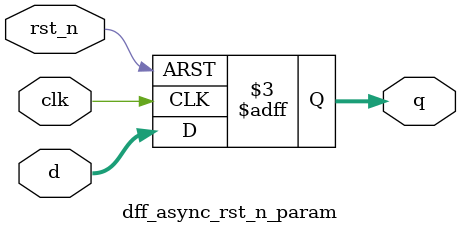
<source format=v>
module dff_async_rst_n_param
#(
    parameter WIDTH = 8,
    RESET = 8'b0
)
(
    input clk,
    input rst_n,
    input [WIDTH - 1 : 0] d,
    output reg [WIDTH - 1 : 0] q
);
    always @ (posedge clk or negedge rst_n)
        if (!rst_n)
            q <= RESET;
        else
            q <= d;
endmodule
</source>
